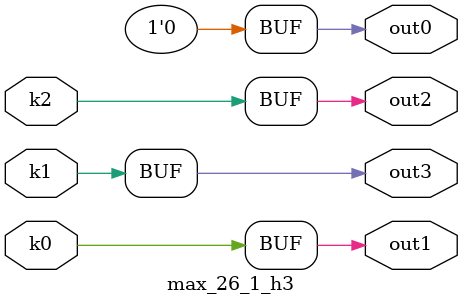
<source format=v>
module max_26_1(pi00, pi01, pi02, pi03, pi04, pi05, pi06, pi07, pi08, pi09, po0, po1, po2, po3);
input pi00, pi01, pi02, pi03, pi04, pi05, pi06, pi07, pi08, pi09;
output po0, po1, po2, po3;
wire k0, k1, k2;
max_26_1_w3 DUT1 (pi00, pi01, pi02, pi03, pi04, pi05, pi06, pi07, pi08, pi09, k0, k1, k2);
max_26_1_h3 DUT2 (k0, k1, k2, po0, po1, po2, po3);
endmodule

module max_26_1_w3(in9, in8, in7, in6, in5, in4, in3, in2, in1, in0, k2, k1, k0);
input in9, in8, in7, in6, in5, in4, in3, in2, in1, in0;
output k2, k1, k0;
assign k0 =   in4 ? in9 : in3;
assign k1 =   ~in0 & (((in5 | ~in1) & ((((in8 & (~in2 | (~in7 & ~in6))) | (~in2 & ~in7 & ~in6)) & (in9 | ~in3)) | (in9 & ~in3))) | (in5 & ~in1));
assign k2 =   in4 ? in8 : in2;
endmodule

module max_26_1_h3(k2, k1, k0, out3, out2, out1, out0);
input k2, k1, k0;
output out3, out2, out1, out0;
assign out0 = 0;
assign out1 = k0;
assign out2 = k2;
assign out3 = k1;
endmodule

</source>
